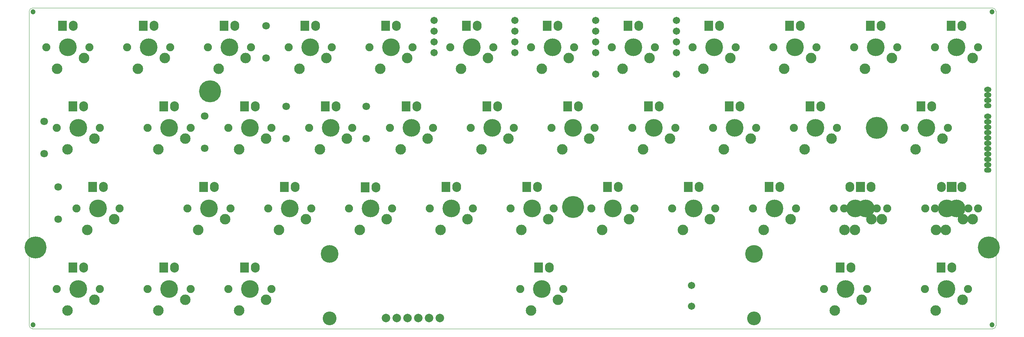
<source format=gts>
G04 #@! TF.FileFunction,Soldermask,Top*
%FSLAX46Y46*%
G04 Gerber Fmt 4.6, Leading zero omitted, Abs format (unit mm)*
G04 Created by KiCad (PCBNEW 4.0.1-stable) date 5/15/2016 6:24:45 PM*
%MOMM*%
G01*
G04 APERTURE LIST*
%ADD10C,0.150000*%
%ADD11C,0.099100*%
%ADD12C,2.003200*%
%ADD13C,1.803200*%
%ADD14C,2.489200*%
%ADD15C,4.191000*%
%ADD16C,1.905000*%
%ADD17O,2.108200X2.362200*%
%ADD18R,2.108200X2.362200*%
%ADD19O,1.727200X1.270000*%
%ADD20C,1.203200*%
%ADD21C,5.204460*%
%ADD22C,1.703200*%
%ADD23C,3.251200*%
%ADD24C,1.704340*%
G04 APERTURE END LIST*
D10*
D11*
X227209040Y-75750560D02*
X768040Y-75750560D01*
X227209040Y-75750560D02*
G75*
G03X227971040Y-74988560I0J762000D01*
G01*
X227971040Y-693560D02*
X227971040Y-74988560D01*
X227971040Y-693560D02*
G75*
G03X227209040Y68440I-762000J0D01*
G01*
X768040Y68440D02*
X227209040Y68440D01*
X768040Y68440D02*
G75*
G03X6040Y-693560I0J-762000D01*
G01*
X6040Y-74988560D02*
X6040Y-693560D01*
X6040Y-74988560D02*
G75*
G03X768040Y-75750560I762000J0D01*
G01*
D12*
X94263000Y-73175000D03*
X89183000Y-73175000D03*
X84103000Y-73175000D03*
X91723000Y-73175000D03*
X86643000Y-73175000D03*
X96803000Y-73175000D03*
D13*
X3496000Y-34313000D03*
X3496000Y-26693000D03*
X6861500Y-42220000D03*
X6861500Y-49840000D03*
D14*
X9020500Y-71430000D03*
X15370500Y-68890000D03*
D15*
X11560500Y-66350000D03*
D16*
X16640500Y-66350000D03*
X6480500Y-66350000D03*
D14*
X9020500Y-33330000D03*
X15370500Y-30790000D03*
D15*
X11560500Y-28250000D03*
D16*
X16640500Y-28250000D03*
X6480500Y-28250000D03*
D14*
X13719500Y-52380000D03*
X20069500Y-49840000D03*
D15*
X16259500Y-47300000D03*
D16*
X21339500Y-47300000D03*
X11179500Y-47300000D03*
D17*
X62742000Y-42220000D03*
D18*
X60202000Y-42220000D03*
D17*
X34293500Y-61270000D03*
D18*
X31753500Y-61270000D03*
D17*
X43692000Y-42220000D03*
D18*
X41152000Y-42220000D03*
D17*
X12830500Y-23170000D03*
D18*
X10290500Y-23170000D03*
D17*
X29467500Y-4118800D03*
D18*
X26927500Y-4118800D03*
D17*
X12830500Y-61270000D03*
D18*
X10290500Y-61270000D03*
D14*
X216158000Y-52380000D03*
X222508000Y-49840000D03*
D15*
X218698000Y-47300000D03*
D16*
X223778000Y-47300000D03*
X213618000Y-47300000D03*
D14*
X125734000Y-33330000D03*
X132084000Y-30790000D03*
D15*
X128274000Y-28250000D03*
D16*
X133354000Y-28250000D03*
X123194000Y-28250000D03*
D14*
X178058000Y-14280000D03*
X184408000Y-11740000D03*
D15*
X180598000Y-9200000D03*
D16*
X185678000Y-9200000D03*
X175518000Y-9200000D03*
D14*
X82808000Y-14280000D03*
X89158000Y-11740000D03*
D15*
X85348000Y-9200000D03*
D16*
X90428000Y-9200000D03*
X80268000Y-9200000D03*
D14*
X213744000Y-71430000D03*
X220094000Y-68890000D03*
D15*
X216284000Y-66350000D03*
D16*
X221364000Y-66350000D03*
X211204000Y-66350000D03*
D14*
X189996000Y-71430000D03*
X196346000Y-68890000D03*
D15*
X192536000Y-66350000D03*
D16*
X197616000Y-66350000D03*
X187456000Y-66350000D03*
D14*
X49534000Y-71430000D03*
X55884000Y-68890000D03*
D15*
X52074000Y-66350000D03*
D16*
X57154000Y-66350000D03*
X46994000Y-66350000D03*
D14*
X30483500Y-71430000D03*
X36833500Y-68890000D03*
D15*
X33023500Y-66350000D03*
D16*
X38103500Y-66350000D03*
X27943500Y-66350000D03*
D14*
X194694000Y-52380000D03*
X201044000Y-49840000D03*
D15*
X197234000Y-47300000D03*
D16*
X202314000Y-47300000D03*
X192154000Y-47300000D03*
D14*
X173232000Y-52380000D03*
X179582000Y-49840000D03*
D15*
X175772000Y-47300000D03*
D16*
X180852000Y-47300000D03*
X170692000Y-47300000D03*
D14*
X68584000Y-33330000D03*
X74934000Y-30790000D03*
D15*
X71124000Y-28250000D03*
D16*
X76204000Y-28250000D03*
X66044000Y-28250000D03*
D14*
X49534000Y-33330000D03*
X55884000Y-30790000D03*
D15*
X52074000Y-28250000D03*
D16*
X57154000Y-28250000D03*
X46994000Y-28250000D03*
D14*
X30483500Y-33330000D03*
X36833500Y-30790000D03*
D15*
X33023500Y-28250000D03*
D16*
X38103500Y-28250000D03*
X27943500Y-28250000D03*
D14*
X216158000Y-14280000D03*
X222508000Y-11740000D03*
D15*
X218698000Y-9200000D03*
D16*
X223778000Y-9200000D03*
X213618000Y-9200000D03*
D14*
X159008000Y-14280000D03*
X165358000Y-11740000D03*
D15*
X161548000Y-9200000D03*
D16*
X166628000Y-9200000D03*
X156468000Y-9200000D03*
D14*
X139958000Y-14280000D03*
X146308000Y-11740000D03*
D15*
X142498000Y-9200000D03*
D16*
X147578000Y-9200000D03*
X137418000Y-9200000D03*
D14*
X120908000Y-14280000D03*
X127258000Y-11740000D03*
D15*
X123448000Y-9200000D03*
D16*
X128528000Y-9200000D03*
X118368000Y-9200000D03*
D14*
X101858000Y-14280000D03*
X108208000Y-11740000D03*
D15*
X104398000Y-9200000D03*
D16*
X109478000Y-9200000D03*
X99318000Y-9200000D03*
D14*
X63758000Y-14280000D03*
X70108000Y-11740000D03*
D15*
X66298000Y-9200000D03*
D16*
X71378000Y-9200000D03*
X61218000Y-9200000D03*
D14*
X44708000Y-14280000D03*
X51058000Y-11740000D03*
D15*
X47248000Y-9200000D03*
D16*
X52328000Y-9200000D03*
X42168000Y-9200000D03*
D14*
X25657500Y-14280000D03*
X32007500Y-11740000D03*
D15*
X28197500Y-9200000D03*
D16*
X33277500Y-9200000D03*
X23117500Y-9200000D03*
D14*
X154182000Y-52380000D03*
X160532000Y-49840000D03*
D15*
X156722000Y-47300000D03*
D16*
X161802000Y-47300000D03*
X151642000Y-47300000D03*
D14*
X135132000Y-52380000D03*
X141482000Y-49840000D03*
D15*
X137672000Y-47300000D03*
D16*
X142752000Y-47300000D03*
X132592000Y-47300000D03*
D14*
X116082000Y-52380000D03*
X122432000Y-49840000D03*
D15*
X118622000Y-47300000D03*
D16*
X123702000Y-47300000D03*
X113542000Y-47300000D03*
D14*
X97032000Y-52380000D03*
X103382000Y-49840000D03*
D15*
X99572000Y-47300000D03*
D16*
X104652000Y-47300000D03*
X94492000Y-47300000D03*
D14*
X77982000Y-52380000D03*
X84332000Y-49840000D03*
D15*
X80522000Y-47300000D03*
D16*
X85602000Y-47300000D03*
X75442000Y-47300000D03*
D14*
X58932000Y-52380000D03*
X65282000Y-49840000D03*
D15*
X61472000Y-47300000D03*
D16*
X66552000Y-47300000D03*
X56392000Y-47300000D03*
D14*
X39882000Y-52380000D03*
X46232000Y-49840000D03*
D15*
X42422000Y-47300000D03*
D16*
X47502000Y-47300000D03*
X37342000Y-47300000D03*
D14*
X209046000Y-33330000D03*
X215396000Y-30790000D03*
D15*
X211586000Y-28250000D03*
D16*
X216666000Y-28250000D03*
X206506000Y-28250000D03*
D14*
X182884000Y-33330000D03*
X189234000Y-30790000D03*
D15*
X185424000Y-28250000D03*
D16*
X190504000Y-28250000D03*
X180344000Y-28250000D03*
D14*
X163834000Y-33330000D03*
X170184000Y-30790000D03*
D15*
X166374000Y-28250000D03*
D16*
X171454000Y-28250000D03*
X161294000Y-28250000D03*
D14*
X144784000Y-33330000D03*
X151134000Y-30790000D03*
D15*
X147324000Y-28250000D03*
D16*
X152404000Y-28250000D03*
X142244000Y-28250000D03*
D14*
X106684000Y-33330000D03*
X113034000Y-30790000D03*
D15*
X109224000Y-28250000D03*
D16*
X114304000Y-28250000D03*
X104144000Y-28250000D03*
D14*
X87634000Y-33330000D03*
X93984000Y-30790000D03*
D15*
X90174000Y-28250000D03*
D16*
X95254000Y-28250000D03*
X85094000Y-28250000D03*
D14*
X197108000Y-14280000D03*
X203458000Y-11740000D03*
D15*
X199648000Y-9200000D03*
D16*
X204728000Y-9200000D03*
X194568000Y-9200000D03*
D17*
X122609000Y-61275000D03*
D18*
X120069000Y-61275000D03*
D17*
X157992000Y-42220000D03*
D18*
X155452000Y-42220000D03*
D17*
X138942000Y-42220000D03*
D18*
X136402000Y-42220000D03*
D17*
X119892000Y-42220000D03*
D18*
X117352000Y-42220000D03*
D17*
X100842000Y-42220000D03*
D18*
X98302000Y-42220000D03*
D17*
X212856000Y-23170000D03*
D18*
X210316000Y-23170000D03*
D17*
X186694000Y-23170000D03*
D18*
X184154000Y-23170000D03*
D17*
X167644000Y-23170000D03*
D18*
X165104000Y-23170000D03*
D17*
X81792000Y-42347000D03*
D18*
X79252000Y-42347000D03*
D17*
X148594000Y-23170000D03*
D18*
X146054000Y-23170000D03*
D17*
X86618000Y-4120000D03*
D18*
X84078000Y-4120000D03*
D17*
X105668000Y-4120000D03*
D18*
X103128000Y-4120000D03*
D17*
X124718000Y-4120000D03*
D18*
X122178000Y-4120000D03*
D17*
X143768000Y-4120000D03*
D18*
X141228000Y-4120000D03*
D17*
X67568000Y-4120000D03*
D18*
X65028000Y-4120000D03*
D17*
X129544000Y-23170000D03*
D18*
X127004000Y-23170000D03*
D17*
X162818000Y-4120000D03*
D18*
X160278000Y-4120000D03*
D17*
X181868000Y-4120000D03*
D18*
X179328000Y-4120000D03*
D17*
X200918000Y-4120000D03*
D18*
X198378000Y-4120000D03*
D17*
X219968000Y-4120000D03*
D18*
X217428000Y-4120000D03*
D17*
X91444000Y-23170000D03*
D18*
X88904000Y-23170000D03*
D17*
X110494000Y-23170000D03*
D18*
X107954000Y-23170000D03*
D17*
X217554000Y-61270000D03*
D18*
X215014000Y-61270000D03*
D17*
X193806000Y-61270000D03*
D18*
X191266000Y-61270000D03*
D17*
X177042000Y-42220000D03*
D18*
X174502000Y-42220000D03*
D17*
X198504000Y-42220000D03*
D18*
X195964000Y-42220000D03*
D17*
X53344000Y-61270000D03*
D18*
X50804000Y-61270000D03*
D17*
X219968000Y-42220000D03*
D18*
X217428000Y-42220000D03*
D17*
X10417500Y-4118800D03*
D18*
X7877500Y-4118800D03*
D14*
X6607500Y-14280000D03*
X12957500Y-11740000D03*
D15*
X9147500Y-9200000D03*
D16*
X14227500Y-9200000D03*
X4067500Y-9200000D03*
D17*
X17529500Y-42220000D03*
D18*
X14989500Y-42220000D03*
D13*
X79506000Y-30790000D03*
X79506000Y-23170000D03*
X60582000Y-30790000D03*
X60582000Y-23170000D03*
X41406000Y-33076000D03*
X41406000Y-25456000D03*
X55884000Y-11740000D03*
X55884000Y-4120000D03*
D17*
X72394000Y-23170000D03*
D18*
X69854000Y-23170000D03*
D17*
X53344000Y-23170000D03*
D18*
X50804000Y-23170000D03*
D17*
X34293500Y-23170000D03*
D18*
X31753500Y-23170000D03*
D17*
X48518000Y-4120000D03*
D18*
X45978000Y-4120000D03*
D14*
X213872000Y-52380000D03*
X220222000Y-49840000D03*
D15*
X216412000Y-47300000D03*
D16*
X221492000Y-47300000D03*
X211332000Y-47300000D03*
D14*
X192282000Y-52380000D03*
X198632000Y-49840000D03*
D15*
X194822000Y-47300000D03*
D16*
X199902000Y-47300000D03*
X189742000Y-47300000D03*
D17*
X193552000Y-42220000D03*
D18*
X196092000Y-42220000D03*
D17*
X215142000Y-42220000D03*
D18*
X217682000Y-42220000D03*
D19*
X226000000Y-19200000D03*
X226000000Y-20470000D03*
X226000000Y-21740000D03*
X226000000Y-23010000D03*
X226000000Y-33170000D03*
X226000000Y-34440000D03*
X226000000Y-26820000D03*
X226000000Y-28090000D03*
X226000000Y-29360000D03*
X226000000Y-30630000D03*
X226000000Y-31900000D03*
D20*
X892500Y-74859000D03*
X227080000Y-818000D03*
X227016000Y-74851000D03*
X892500Y-818000D03*
D19*
X226000000Y-35710000D03*
X226000000Y-25550000D03*
X226000000Y-36980000D03*
X226000000Y-38250000D03*
D21*
X226241000Y-56500000D03*
X199902000Y-28250000D03*
X42676000Y-19614000D03*
X128200000Y-47000000D03*
X1458900Y-56501000D03*
D22*
X95510000Y-5392600D03*
X95510000Y-7932600D03*
X95510000Y-10472600D03*
X114560000Y-2852600D03*
X114560000Y-7932600D03*
X114560000Y-10472600D03*
X95510000Y-2852600D03*
X133610000Y-7932600D03*
X133610000Y-10472600D03*
X152660000Y-10472600D03*
X152660000Y-7932600D03*
X152660000Y-5392600D03*
X152660000Y-2852600D03*
X133610000Y-5392600D03*
X114560000Y-5392600D03*
X133610000Y-2852600D03*
X133610000Y-15552600D03*
X152660000Y-15552600D03*
D14*
X118370000Y-71433000D03*
X124720000Y-68893000D03*
D15*
X120910000Y-66353000D03*
D16*
X125990000Y-66353000D03*
X115830000Y-66353000D03*
D23*
X170948000Y-73338000D03*
X70872000Y-73338000D03*
D15*
X170948000Y-58098000D03*
X70872000Y-58098000D03*
D24*
X156150000Y-65527060D03*
X156150000Y-70408940D03*
M02*

</source>
